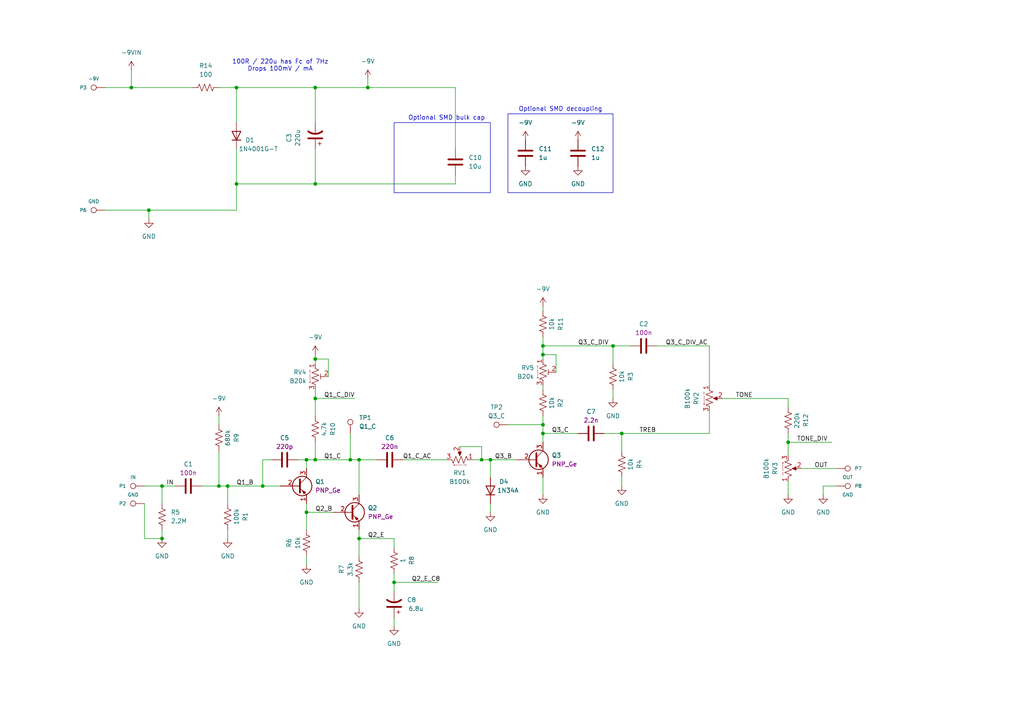
<source format=kicad_sch>
(kicad_sch (version 20231120) (generator "eeschema") (generator_version "8.0")
  (paper "A4")
  (lib_symbols
    (symbol "#gplm:cap/CAP-0001-0006" (pin_numbers hide) (pin_names (offset 0.254))
      (property "Reference" "C" (at 0.635 2.54 0))
      (property "Capacitance" "220p" (at 0 0 0))
      (property "Material" "Polypropylene" (at 0 0 0))
      (property "Tolerance" "20%" (at 0 0 0))
      (symbol "cap/CAP-0001-0006_0_1"
        (polyline (pts (xy -2.032 -0.762) (xy 2.032 -0.762)) (stroke (width 0.508)))
        (polyline (pts (xy -2.032 0.762) (xy 2.032 0.762)) (stroke (width 0.508)))
      )
      (symbol "cap/CAP-0001-0006_1_1"
        (pin passive line (at 0 3.81 270) (length 2.794) (name "~") (number "1"))
        (pin passive line (at 0 -3.81 90) (length 2.794) (name "~") (number "2"))
      )
    )
    (symbol "#gplm:cap/CAP-0001-0012" (pin_numbers hide) (pin_names (offset 0.254))
      (property "Reference" "C" (at 0.635 2.54 0))
      (property "Capacitance" "2.2n" (at 0 0 0))
      (property "Material" "Polypropylene" (at 0 0 0))
      (property "Tolerance" "20%" (at 0 0 0))
      (symbol "cap/CAP-0001-0012_0_1"
        (polyline (pts (xy -2.032 -0.762) (xy 2.032 -0.762)) (stroke (width 0.508)))
        (polyline (pts (xy -2.032 0.762) (xy 2.032 0.762)) (stroke (width 0.508)))
      )
      (symbol "cap/CAP-0001-0012_1_1"
        (pin passive line (at 0 3.81 270) (length 2.794) (name "~") (number "1"))
        (pin passive line (at 0 -3.81 90) (length 2.794) (name "~") (number "2"))
      )
    )
    (symbol "#gplm:cap/CAP-0002-0007" (pin_numbers hide) (pin_names (offset 0.254))
      (property "Reference" "C" (at 0.635 2.54 0))
      (property "Capacitance" "100n" (at 0 0 0))
      (property "Material" "Polypropylene (Metallized)" (at 0 0 0))
      (property "Tolerance" "20%" (at 0 0 0))
      (symbol "cap/CAP-0002-0007_0_1"
        (polyline (pts (xy -2.032 -0.762) (xy 2.032 -0.762)) (stroke (width 0.508)))
        (polyline (pts (xy -2.032 0.762) (xy 2.032 0.762)) (stroke (width 0.508)))
      )
      (symbol "cap/CAP-0002-0007_1_1"
        (pin passive line (at 0 3.81 270) (length 2.794) (name "~") (number "1"))
        (pin passive line (at 0 -3.81 90) (length 2.794) (name "~") (number "2"))
      )
    )
    (symbol "#gplm:cap/CAP-0003-0002" (pin_numbers hide) (pin_names (offset 0.254))
      (property "Reference" "C" (at 0.635 2.54 0))
      (property "Capacitance" "220n" (at 0 0 0))
      (property "Material" "Polyester (Metallized)" (at 0 0 0))
      (property "Tolerance" "20%" (at 0 0 0))
      (symbol "cap/CAP-0003-0002_0_1"
        (polyline (pts (xy -2.032 -0.762) (xy 2.032 -0.762)) (stroke (width 0.508)))
        (polyline (pts (xy -2.032 0.762) (xy 2.032 0.762)) (stroke (width 0.508)))
      )
      (symbol "cap/CAP-0003-0002_1_1"
        (pin passive line (at 0 3.81 270) (length 2.794) (name "~") (number "1"))
        (pin passive line (at 0 -3.81 90) (length 2.794) (name "~") (number "2"))
      )
    )
    (symbol "#gplm:dio/DIO-0001-0001" (pin_numbers hide) (pin_names (offset 1.016) hide)
      (property "Reference" "D" (at 0 2.54 0))
      (property "Current" "50mA" (at 0 0 0))
      (property "Voltage" "0.3V" (at 0 0 0))
      (symbol "dio/DIO-0001-0001_0_1"
        (polyline (pts (xy -1.27 1.27) (xy -1.27 -1.27)) (stroke (width 0.254)))
        (polyline (pts (xy 1.27 0) (xy -1.27 0)))
        (polyline (pts (xy 1.27 1.27) (xy 1.27 -1.27) (xy -1.27 0) (xy 1.27 1.27)) (stroke (width 0.254)))
      )
      (symbol "dio/DIO-0001-0001_1_1"
        (pin passive line (at -3.81 0 0) (length 2.54) (name "K") (number "1"))
        (pin passive line (at 3.81 0 180) (length 2.54) (name "A") (number "2"))
      )
    )
    (symbol "#gplm:dio/DIO-0002-0001" (pin_numbers hide) (pin_names (offset 1.016) hide)
      (property "Reference" "D" (at 0 2.54 0))
      (property "Current" "1A" (at 0 0 0))
      (property "Voltage" "1V @ 1A" (at 0 0 0))
      (symbol "dio/DIO-0002-0001_0_1"
        (polyline (pts (xy -1.27 1.27) (xy -1.27 -1.27)) (stroke (width 0.254)))
        (polyline (pts (xy 1.27 0) (xy -1.27 0)))
        (polyline (pts (xy 1.27 1.27) (xy 1.27 -1.27) (xy -1.27 0) (xy 1.27 1.27)) (stroke (width 0.254)))
      )
      (symbol "dio/DIO-0002-0001_1_1"
        (pin passive line (at -3.81 0 0) (length 2.54) (name "K") (number "1"))
        (pin passive line (at 3.81 0 180) (length 2.54) (name "A") (number "2"))
      )
    )
    (symbol "#gplm:pot/POT-0002-0007" (pin_names (offset 1.016) hide)
      (property "Reference" "RV" (at -4.445 0 90))
      (property "Value" "B100k" (at -2.54 0 90))
      (symbol "pot/POT-0002-0007_0_1"
        (polyline (pts (xy -1.524 -1.778) (xy -1.778 -1.524)) (stroke (width 0.0762)))
        (polyline (pts (xy -1.524 -1.778) (xy -1.27 -1.524)) (stroke (width 0.0762)))
        (polyline (pts (xy 0 -2.286) (xy 0 -2.54)))
        (polyline (pts (xy 0 2.54) (xy 0 2.286)))
        (polyline (pts (xy 2.54 0) (xy 1.524 0)))
        (polyline (pts (xy 1.143 0) (xy 2.286 0.508) (xy 2.286 -0.508) (xy 1.143 0)) (fill (type outline)))
        (polyline (pts (xy 0 -0.762) (xy 1.016 -1.143) (xy 0 -1.524) (xy -1.016 -1.905) (xy 0 -2.286)))
        (polyline (pts (xy 0 0.762) (xy 1.016 0.381) (xy 0 0) (xy -1.016 -0.381) (xy 0 -0.762)))
        (polyline (pts (xy 0 2.286) (xy 1.016 1.905) (xy 0 1.524) (xy -1.016 1.143) (xy 0 0.762)))
      )
      (symbol "pot/POT-0002-0007_1_1"
        (polyline (pts (xy -1.524 -1.778) (xy -1.524 0.762)) (stroke (width 0.0762)))
        (text "CW\n" (at -1.524 1.524 900) (effects (font (size 0.381 0.381))))
        (pin passive line (at 0 3.81 270) (length 1.27) (name "1") (number "1"))
        (pin passive line (at 3.81 0 180) (length 1.27) (name "2") (number "2"))
        (pin passive line (at 0 -3.81 90) (length 1.27) (name "3") (number "3"))
      )
    )
    (symbol "#gplm:pot/POT-0005-0005" (pin_names (offset 1.016) hide)
      (property "Reference" "RV" (at -4.445 0 90))
      (property "Value" "B20k" (at -2.54 0 90))
      (symbol "pot/POT-0005-0005_0_1"
        (polyline (pts (xy -1.524 -1.778) (xy -1.778 -1.524)) (stroke (width 0.0762)))
        (polyline (pts (xy -1.524 -1.778) (xy -1.27 -1.524)) (stroke (width 0.0762)))
        (polyline (pts (xy 0 -2.286) (xy 0 -2.54)))
        (polyline (pts (xy 0 2.286) (xy 0 2.54)))
        (polyline (pts (xy 1.524 0.762) (xy 1.524 -0.762)))
        (polyline (pts (xy 2.54 0) (xy 1.524 0)))
        (polyline (pts (xy 0 -0.762) (xy 1.016 -1.143) (xy 0 -1.524) (xy -1.016 -1.905) (xy 0 -2.286)))
        (polyline (pts (xy 0 0.762) (xy 1.016 0.381) (xy 0 0) (xy -1.016 -0.381) (xy 0 -0.762)))
        (polyline (pts (xy 0 2.286) (xy 1.016 1.905) (xy 0 1.524) (xy -1.016 1.143) (xy 0 0.762)))
      )
      (symbol "pot/POT-0005-0005_1_1"
        (polyline (pts (xy -1.524 -1.778) (xy -1.524 0.762)) (stroke (width 0.0762)))
        (text "CW\n" (at -1.524 1.524 900) (effects (font (size 0.381 0.381))))
        (pin passive line (at 0 3.81 270) (length 1.27) (name "1") (number "1"))
        (pin passive line (at 3.81 0 180) (length 1.27) (name "2") (number "2"))
        (pin passive line (at 0 -3.81 90) (length 1.27) (name "3") (number "3"))
      )
    )
    (symbol "#gplm:xtr/XTR-0002-0001" (pin_names (offset 0) hide)
      (property "Reference" "Q" (at 5.08 1.27 0))
      (property "MPN" "PNP_Ge" (at 0 0 0))
      (symbol "xtr/XTR-0002-0001_0_1"
        (polyline (pts (xy 0.635 0.635) (xy 2.54 2.54)))
        (polyline (pts (xy 0.635 -0.635) (xy 2.54 -2.54) (xy 2.54 -2.54)))
        (polyline (pts (xy 0.635 1.905) (xy 0.635 -1.905) (xy 0.635 -1.905)) (stroke (width 0.508)))
        (polyline (pts (xy 2.286 -1.778) (xy 1.778 -2.286) (xy 1.27 -1.27) (xy 2.286 -1.778) (xy 2.286 -1.778)) (fill (type outline)))
        (circle (center 1.27 0) (radius 2.8194) (stroke (width 0.254)))
      )
      (symbol "xtr/XTR-0002-0001_1_1"
        (pin passive line (at 2.54 -5.08 90) (length 2.54) (name "E") (number "1"))
        (pin input line (at -5.08 0 0) (length 5.715) (name "B") (number "2"))
        (pin passive line (at 2.54 5.08 270) (length 2.54) (name "C") (number "3"))
      )
    )
    (symbol "#gplm:xtr/XTR-0002-0003" (pin_names (offset 0) hide)
      (property "Reference" "Q" (at 5.08 1.27 0))
      (property "MPN" "PNP_Ge" (at 0 0 0))
      (symbol "xtr/XTR-0002-0003_0_1"
        (polyline (pts (xy 0.635 0.635) (xy 2.54 2.54)))
        (polyline (pts (xy 0.635 -0.635) (xy 2.54 -2.54) (xy 2.54 -2.54)))
        (polyline (pts (xy 0.635 1.905) (xy 0.635 -1.905) (xy 0.635 -1.905)) (stroke (width 0.508)))
        (polyline (pts (xy 2.286 -1.778) (xy 1.778 -2.286) (xy 1.27 -1.27) (xy 2.286 -1.778) (xy 2.286 -1.778)) (fill (type outline)))
        (circle (center 1.27 0) (radius 2.8194) (stroke (width 0.254)))
      )
      (symbol "xtr/XTR-0002-0003_1_1"
        (pin passive line (at 2.54 -5.08 90) (length 2.54) (name "E") (number "1"))
        (pin input line (at -5.08 0 0) (length 5.715) (name "B") (number "2"))
        (pin passive line (at 2.54 5.08 270) (length 2.54) (name "C") (number "3"))
      )
    )
    (symbol "BlackBox:TestPoint_THT_Keystone_500[1-4]" (pin_numbers hide) (pin_names (offset 0.762) hide)
      (property "Reference" "TP" (at 0 6.858 0))
      (property "Value" "TestPoint_THT_Keystone_500[1-4]" (at 0 5.08 0))
      (symbol "TestPoint_THT_Keystone_500[1-4]_0_1"
        (circle (center 0 3.302) (radius 0.762))
      )
      (symbol "TestPoint_THT_Keystone_500[1-4]_1_1"
        (pin passive line (at 0 0 90) (length 2.54) (name "1") (number "1"))
      )
    )
    (symbol "BlackBox:WirePad_22AWG" (pin_numbers hide) (pin_names (offset 0.762) hide)
      (property "Reference" "P" (at -3.81 2.54 0))
      (property "Value" "WirePad_22AWG" (at -11.43 0 0))
      (symbol "WirePad_22AWG_0_1"
        (circle (center -3.302 0) (radius 0.762))
      )
      (symbol "WirePad_22AWG_1_1"
        (pin passive line (at 0 0 180) (length 2.54) (name "1") (number "1"))
      )
    )
    (symbol "Device:C" (pin_numbers hide) (pin_names (offset 0.254))
      (property "Reference" "C" (at 0.635 2.54 0))
      (property "Value" "C" (at 0.635 -2.54 0))
      (symbol "C_0_1"
        (polyline (pts (xy -2.032 -0.762) (xy 2.032 -0.762)) (stroke (width 0.508)))
        (polyline (pts (xy -2.032 0.762) (xy 2.032 0.762)) (stroke (width 0.508)))
      )
      (symbol "C_1_1"
        (pin passive line (at 0 3.81 270) (length 2.794) (name "~") (number "1"))
        (pin passive line (at 0 -3.81 90) (length 2.794) (name "~") (number "2"))
      )
    )
    (symbol "Device:C_Polarized_US" (pin_numbers hide) (pin_names (offset 0.254) hide)
      (property "Reference" "C" (at 0.635 2.54 0))
      (property "Value" "C_Polarized_US" (at 0.635 -2.54 0))
      (symbol "C_Polarized_US_0_1"
        (polyline (pts (xy -2.032 0.762) (xy 2.032 0.762)) (stroke (width 0.508)))
        (polyline (pts (xy -1.778 2.286) (xy -0.762 2.286)))
        (polyline (pts (xy -1.27 1.778) (xy -1.27 2.794)))
        (arc (start 2.032 -1.27) (mid 0 -0.5572) (end -2.032 -1.27) (stroke (width 0.508)))
      )
      (symbol "C_Polarized_US_1_1"
        (pin passive line (at 0 3.81 270) (length 2.794) (name "~") (number "1"))
        (pin passive line (at 0 -3.81 90) (length 3.302) (name "~") (number "2"))
      )
    )
    (symbol "Device:R_US" (pin_numbers hide) (pin_names (offset 0))
      (property "Reference" "R" (at 2.54 0 90))
      (property "Value" "R_US" (at -2.54 0 90))
      (symbol "R_US_0_1"
        (polyline (pts (xy 0 -2.286) (xy 0 -2.54)))
        (polyline (pts (xy 0 2.286) (xy 0 2.54)))
        (polyline (pts (xy 0 -0.762) (xy 1.016 -1.143) (xy 0 -1.524) (xy -1.016 -1.905) (xy 0 -2.286)))
        (polyline (pts (xy 0 0.762) (xy 1.016 0.381) (xy 0 0) (xy -1.016 -0.381) (xy 0 -0.762)))
        (polyline (pts (xy 0 2.286) (xy 1.016 1.905) (xy 0 1.524) (xy -1.016 1.143) (xy 0 0.762)))
      )
      (symbol "R_US_1_1"
        (pin passive line (at 0 3.81 270) (length 1.27) (name "~") (number "1"))
        (pin passive line (at 0 -3.81 90) (length 1.27) (name "~") (number "2"))
      )
    )
    (symbol "power:+9V" (power) (pin_numbers hide) (pin_names (offset 0) hide)
      (property "Value" "+9V" (at 0 3.556 0))
      (symbol "+9V_0_1"
        (polyline (pts (xy -0.762 1.27) (xy 0 2.54)))
        (polyline (pts (xy 0 0) (xy 0 2.54)))
        (polyline (pts (xy 0 2.54) (xy 0.762 1.27)))
      )
      (symbol "+9V_1_1"
        (pin power_in line (at 0 0 90) (length 0) (name "~") (number "1"))
      )
    )
    (symbol "power:GND" (power) (pin_names (offset 0))
      (property "Value" "GND" (at 0 -3.81 0))
      (symbol "GND_0_1"
        (polyline (pts (xy 0 0) (xy 0 -1.27) (xy 1.27 -1.27) (xy 0 -2.54) (xy -1.27 -1.27) (xy 0 -1.27)))
      )
      (symbol "GND_1_1"
        (pin power_in line (at 0 0 270) (length 0) hide (name "GND") (number "1"))
      )
    )
    (symbol "power:VDD" (power) (pin_names (offset 0))
      (property "Value" "VDD" (at 0 3.81 0))
      (symbol "VDD_0_1"
        (polyline (pts (xy -0.762 1.27) (xy 0 2.54)))
        (polyline (pts (xy 0 0) (xy 0 2.54)))
        (polyline (pts (xy 0 2.54) (xy 0.762 1.27)))
      )
      (symbol "VDD_1_1"
        (pin power_in line (at 0 0 90) (length 0) hide (name "VDD") (number "1"))
      )
    )
  )
  (junction (at 91.44 133.35))
  (junction (at 114.3 168.91))
  (junction (at 104.14 156.21))
  (junction (at 104.14 133.35))
  (junction (at 43.18 60.96))
  (junction (at 91.44 104.14))
  (junction (at 157.48 123.19))
  (junction (at 66.04 140.97))
  (junction (at 88.9 133.35))
  (junction (at 157.48 100.33))
  (junction (at 91.44 53.34))
  (junction (at 68.58 25.4))
  (junction (at 46.99 156.21))
  (junction (at 91.44 25.4))
  (junction (at 157.48 125.73))
  (junction (at 177.8 100.33))
  (junction (at 157.48 102.87))
  (junction (at 106.68 25.4))
  (junction (at 142.24 133.35))
  (junction (at 139.7 133.35))
  (junction (at 63.5 140.97))
  (junction (at 228.6 128.27))
  (junction (at 180.34 125.73))
  (junction (at 68.58 53.34))
  (junction (at 46.99 140.97))
  (junction (at 88.9 148.59))
  (junction (at 101.6 133.35))
  (junction (at 91.44 115.57))
  (junction (at 76.2 140.97))
  (junction (at 38.1 25.4))
  (wire (pts (xy 38.1 25.4) (xy 55.88 25.4)))
  (wire (pts (xy 91.44 115.57) (xy 91.44 120.65)))
  (wire (pts (xy 139.7 129.54) (xy 139.7 133.35)))
  (wire (pts (xy 86.36 133.35) (xy 88.9 133.35)))
  (wire (pts (xy 228.6 115.57) (xy 209.55 115.57)))
  (wire (pts (xy 114.3 168.91) (xy 114.3 171.45)))
  (wire (pts (xy 114.3 166.37) (xy 114.3 168.91)))
  (wire (pts (xy 63.5 25.4) (xy 68.58 25.4)))
  (wire (pts (xy 46.99 146.05) (xy 46.99 140.97)))
  (wire (pts (xy 157.48 125.73) (xy 157.48 128.27)))
  (wire (pts (xy 101.6 133.35) (xy 104.14 133.35)))
  (wire (pts (xy 104.14 168.91) (xy 104.14 176.53)))
  (wire (pts (xy 91.44 25.4) (xy 91.44 35.56)))
  (wire (pts (xy 41.91 146.05) (xy 41.91 156.21)))
  (wire (pts (xy 66.04 153.67) (xy 66.04 156.21)))
  (wire (pts (xy 91.44 53.34) (xy 132.08 53.34)))
  (wire (pts (xy 41.91 140.97) (xy 46.99 140.97)))
  (wire (pts (xy 41.91 156.21) (xy 46.99 156.21)))
  (wire (pts (xy 104.14 133.35) (xy 104.14 143.51)))
  (wire (pts (xy 63.5 120.65) (xy 63.5 123.19)))
  (wire (pts (xy 177.8 100.33) (xy 182.88 100.33)))
  (wire (pts (xy 177.8 100.33) (xy 177.8 105.41)))
  (wire (pts (xy 68.58 60.96) (xy 68.58 53.34)))
  (wire (pts (xy 132.08 25.4) (xy 106.68 25.4)))
  (wire (pts (xy 91.44 104.14) (xy 91.44 105.41)))
  (wire (pts (xy 95.25 104.14) (xy 91.44 104.14)))
  (wire (pts (xy 180.34 125.73) (xy 180.34 130.81)))
  (wire (pts (xy 46.99 140.97) (xy 50.8 140.97)))
  (wire (pts (xy 76.2 133.35) (xy 78.74 133.35)))
  (wire (pts (xy 157.48 123.19) (xy 157.48 125.73)))
  (wire (pts (xy 38.1 25.4) (xy 30.48 25.4)))
  (wire (pts (xy 88.9 133.35) (xy 91.44 133.35)))
  (wire (pts (xy 238.76 140.97) (xy 242.57 140.97)))
  (wire (pts (xy 139.7 133.35) (xy 142.24 133.35)))
  (wire (pts (xy 38.1 20.32) (xy 38.1 25.4)))
  (wire (pts (xy 91.44 102.87) (xy 91.44 104.14)))
  (wire (pts (xy 68.58 53.34) (xy 91.44 53.34)))
  (wire (pts (xy 30.48 60.96) (xy 43.18 60.96)))
  (wire (pts (xy 66.04 140.97) (xy 76.2 140.97)))
  (wire (pts (xy 104.14 153.67) (xy 104.14 156.21)))
  (wire (pts (xy 157.48 102.87) (xy 157.48 104.14)))
  (wire (pts (xy 161.29 107.95) (xy 161.29 102.87)))
  (wire (pts (xy 190.5 100.33) (xy 205.74 100.33)))
  (wire (pts (xy 101.6 125.73) (xy 101.6 133.35)))
  (wire (pts (xy 142.24 133.35) (xy 149.86 133.35)))
  (wire (pts (xy 228.6 128.27) (xy 228.6 125.73)))
  (wire (pts (xy 68.58 35.56) (xy 68.58 25.4)))
  (wire (pts (xy 43.18 63.5) (xy 43.18 60.96)))
  (wire (pts (xy 68.58 25.4) (xy 91.44 25.4)))
  (wire (pts (xy 175.26 125.73) (xy 180.34 125.73)))
  (wire (pts (xy 132.08 43.18) (xy 132.08 25.4)))
  (wire (pts (xy 58.42 140.97) (xy 63.5 140.97)))
  (wire (pts (xy 114.3 179.07) (xy 114.3 181.61)))
  (wire (pts (xy 147.32 123.19) (xy 157.48 123.19)))
  (wire (pts (xy 137.16 133.35) (xy 139.7 133.35)))
  (wire (pts (xy 91.44 133.35) (xy 101.6 133.35)))
  (wire (pts (xy 66.04 146.05) (xy 66.04 140.97)))
  (wire (pts (xy 91.44 115.57) (xy 102.87 115.57)))
  (wire (pts (xy 142.24 133.35) (xy 142.24 138.43)))
  (wire (pts (xy 104.14 156.21) (xy 104.14 161.29)))
  (wire (pts (xy 205.74 119.38) (xy 205.74 125.73)))
  (wire (pts (xy 104.14 133.35) (xy 109.22 133.35)))
  (wire (pts (xy 68.58 43.18) (xy 68.58 53.34)))
  (wire (pts (xy 157.48 100.33) (xy 177.8 100.33)))
  (wire (pts (xy 161.29 102.87) (xy 157.48 102.87)))
  (wire (pts (xy 157.48 111.76) (xy 157.48 113.03)))
  (wire (pts (xy 88.9 146.05) (xy 88.9 148.59)))
  (wire (pts (xy 238.76 143.51) (xy 238.76 140.97)))
  (wire (pts (xy 63.5 130.81) (xy 63.5 140.97)))
  (wire (pts (xy 106.68 22.86) (xy 106.68 25.4)))
  (wire (pts (xy 76.2 140.97) (xy 81.28 140.97)))
  (wire (pts (xy 205.74 100.33) (xy 205.74 111.76)))
  (wire (pts (xy 157.48 100.33) (xy 157.48 102.87)))
  (wire (pts (xy 88.9 148.59) (xy 96.52 148.59)))
  (wire (pts (xy 228.6 128.27) (xy 241.3 128.27)))
  (wire (pts (xy 104.14 156.21) (xy 114.3 156.21)))
  (wire (pts (xy 142.24 146.05) (xy 142.24 148.59)))
  (wire (pts (xy 133.35 129.54) (xy 139.7 129.54)))
  (wire (pts (xy 91.44 128.27) (xy 91.44 133.35)))
  (wire (pts (xy 205.74 125.73) (xy 180.34 125.73)))
  (wire (pts (xy 46.99 153.67) (xy 46.99 156.21)))
  (wire (pts (xy 232.41 135.89) (xy 242.57 135.89)))
  (wire (pts (xy 157.48 97.79) (xy 157.48 100.33)))
  (wire (pts (xy 228.6 139.7) (xy 228.6 143.51)))
  (wire (pts (xy 114.3 168.91) (xy 127 168.91)))
  (wire (pts (xy 228.6 132.08) (xy 228.6 128.27)))
  (wire (pts (xy 91.44 113.03) (xy 91.44 115.57)))
  (wire (pts (xy 116.84 133.35) (xy 129.54 133.35)))
  (wire (pts (xy 114.3 158.75) (xy 114.3 156.21)))
  (wire (pts (xy 132.08 50.8) (xy 132.08 53.34)))
  (wire (pts (xy 91.44 43.18) (xy 91.44 53.34)))
  (wire (pts (xy 88.9 148.59) (xy 88.9 153.67)))
  (wire (pts (xy 157.48 138.43) (xy 157.48 143.51)))
  (wire (pts (xy 228.6 118.11) (xy 228.6 115.57)))
  (wire (pts (xy 88.9 161.29) (xy 88.9 163.83)))
  (wire (pts (xy 177.8 113.03) (xy 177.8 115.57)))
  (wire (pts (xy 157.48 88.9) (xy 157.48 90.17)))
  (wire (pts (xy 95.25 109.22) (xy 95.25 104.14)))
  (wire (pts (xy 43.18 60.96) (xy 68.58 60.96)))
  (wire (pts (xy 63.5 140.97) (xy 66.04 140.97)))
  (wire (pts (xy 157.48 120.65) (xy 157.48 123.19)))
  (wire (pts (xy 157.48 125.73) (xy 167.64 125.73)))
  (wire (pts (xy 76.2 133.35) (xy 76.2 140.97)))
  (wire (pts (xy 91.44 25.4) (xy 106.68 25.4)))
  (wire (pts (xy 180.34 140.97) (xy 180.34 138.43)))
  (wire (pts (xy 88.9 133.35) (xy 88.9 135.89)))
  (rectangle (start 114.3 35.56) (end 142.24 55.88))
  (rectangle (start 147.32 33.02) (end 177.8 55.88))
  (text "100R / 220u has Fc of 7Hz\nDrops 100mV / mA" (at 81.28 19.05 0) (effects (font (size 1.27 1.27))))
  (text "Optional SMD bulk cap\n" (at 129.54 34.29 0) (effects (font (size 1.27 1.27))))
  (text "Optional SMD decoupling\n" (at 162.56 31.75 0) (effects (font (size 1.27 1.27))))
  (label "Q2_E" (at 106.68 156.21 0))
  (label "Q3_C_DIV_AC" (at 193.04 100.33 0))
  (label "Q1_C_DIV" (at 93.98 115.57 0))
  (label "TONE" (at 213.36 115.57 0))
  (label "Q1_C_AC" (at 116.84 133.35 0))
  (label "IN" (at 48.26 140.97 0))
  (label "OUT" (at 236.22 135.89 0))
  (label "Q2_E_C8" (at 119.38 168.91 0))
  (label "Q1_B" (at 68.58 140.97 0))
  (label "Q1_C" (at 93.98 133.35 0))
  (label "TONE_DIV" (at 231.14 128.27 0))
  (label "Q2_B" (at 91.44 148.59 0))
  (label "Q3_C_DIV" (at 167.64 100.33 0))
  (label "Q3_C" (at 160.02 125.73 0))
  (label "Q3_B" (at 143.51 133.35 0))
  (label "TREB" (at 185.42 125.73 0))
  (symbol (lib_id "BlackBox:TestPoint_THT_Keystone_500[1-4]") (at 101.6 125.73 0) (unit 1)
    (property "Reference" "TP1" (at 104.14 121.1579 0) (effects (justify left)))
    (property "Value" "Q1_C" (at 104.14 123.6979 0) (effects (justify left)))
    (property "Footprint" "BlackBox:TestPoint_Keystone_5000-5004_Miniature" (effects (hide yes)))
    (property "Description" "test point" (effects (hide yes)))
  )
  (symbol (lib_id "BlackBox:WirePad_22AWG") (at 242.57 135.89 180) (unit 1)
    (property "Reference" "P7" (at 248.92 135.89 0) (effects (font (size 1 1))))
    (property "Value" "OUT" (at 245.872 138.43 0) (effects (font (size 1 1))))
    (property "Footprint" "BB_Pads:WirePad_22AWG" (effects (hide yes)))
    (property "Description" "SolderPad, for 22AWG wire" (effects (hide yes)))
  )
  (symbol (lib_id "power:VDD") (at 63.5 120.65 0) (unit 1)
    (property "Reference" "#PWR06" (effects (hide yes)))
    (property "Value" "-9V" (at 63.5 115.57 0))
  )
  (symbol (lib_id "Device:C_Polarized_US") (at 91.44 39.37 180) (unit 1)
    (property "Reference" "C3" (at 83.82 40.005 90))
    (property "Value" "220u" (at 86.36 40.005 90))
    (property "Footprint" "Capacitor_THT:CP_Radial_D8.0mm_P3.50mm" (effects (hide yes)))
    (property "Description" "Polarized capacitor, US symbol" (effects (hide yes)))
  )
  (symbol (lib_id "#gplm:xtr/XTR-0002-0001") (at 86.36 140.97 0) (unit 1)
    (property "Reference" "Q1" (at 91.44 139.6999 0) (effects (justify left)))
    (property "Value" "PNP_Ge" (effects (hide yes)))
    (property "Footprint" "BB_Transistor:TO-92L_Wide_EBC" (effects (hide yes)))
    (property "Description" "Generic PNP Germanium, Low Gain, Low Leakage" (effects (hide yes)))
    (property "IPN" "XTR-0002-0001" (effects (hide yes)))
    (property "Manufacturer" "Generic" (effects (hide yes)))
    (property "MPN" "PNP_Ge" (at 91.44 142.2399 0) (effects (justify left)))
  )
  (symbol (lib_id "power:GND") (at 238.76 143.51 0) (unit 1)
    (property "Reference" "#PWR016" (effects (hide yes)))
    (property "Value" "GND" (at 238.76 148.59 0))
  )
  (symbol (lib_id "Device:R_US") (at 59.69 25.4 90) (unit 1)
    (property "Reference" "R14" (at 59.69 19.05 90))
    (property "Value" "100" (at 59.69 21.59 90))
    (property "Footprint" "BB_Resistors:R_Axial_DIN0207_L6.3mm_D2.5mm_P7.5mm_Horizontal" (effects (hide yes)))
    (property "Description" "Resistor, US symbol" (effects (hide yes)))
  )
  (symbol (lib_id "#gplm:cap/CAP-0003-0002") (at 113.03 133.35 90) (unit 1)
    (property "Reference" "C6" (at 113.03 127 90))
    (property "Value" "220n" (effects (hide yes)))
    (property "Footprint" "Capacitor_THT:C_Rect_L7.2mm_W3.0mm_P5.00mm_FKS2_FKP2_MKS2_MKP2" (effects (hide yes)))
    (property "Datasheet" "https://www.wima.de/wp-content/uploads/media/e_WIMA_MKS_2.pdf" (effects (hide yes)))
    (property "Description" "CAP FILM PE-M WIMA MKS2 220n" (effects (hide yes)))
    (property "IPN" "CAP-0003-0002" (effects (hide yes)))
    (property "Manufacturer" "Wima" (effects (hide yes)))
    (property "Capacitance" "220n" (at 113.03 129.54 90))
    (property "Material" "Polyester (Metallized)" (effects (hide yes)))
    (property "Tolerance" "20%" (effects (hide yes)))
  )
  (symbol (lib_id "BlackBox:WirePad_22AWG") (at 242.57 140.97 180) (unit 1)
    (property "Reference" "P8" (at 248.92 140.97 0) (effects (font (size 1 1))))
    (property "Value" "GND" (at 245.872 143.51 0) (effects (font (size 1 1))))
    (property "Footprint" "BB_Pads:WirePad_22AWG" (effects (hide yes)))
    (property "Description" "SolderPad, for 22AWG wire" (effects (hide yes)))
  )
  (symbol (lib_id "#gplm:cap/CAP-0002-0007") (at 186.69 100.33 90) (unit 1)
    (property "Reference" "C2" (at 186.69 93.98 90))
    (property "Value" "100n" (effects (hide yes)))
    (property "Footprint" "Capacitor_THT:C_Rect_L7.2mm_W5.5mm_P5.00mm_FKS2_FKP2_MKS2_MKP2" (effects (hide yes)))
    (property "Datasheet" "https://www.wima.de/wp-content/uploads/media/e_WIMA_MKP_2.pdf" (effects (hide yes)))
    (property "Description" "CAP FILM PP-M WIMA MKP2 100n" (effects (hide yes)))
    (property "IPN" "CAP-0002-0007" (effects (hide yes)))
    (property "Manufacturer" "Wima" (effects (hide yes)))
    (property "Capacitance" "100n" (at 186.69 96.52 90))
    (property "Material" "Polypropylene (Metallized)" (effects (hide yes)))
    (property "Tolerance" "20%" (effects (hide yes)))
  )
  (symbol (lib_id "BlackBox:WirePad_22AWG") (at 41.91 140.97 0) (unit 1)
    (property "Reference" "P1" (at 35.56 140.97 0) (effects (font (size 1 1))))
    (property "Value" "IN" (at 38.608 138.43 0) (effects (font (size 1 1))))
    (property "Footprint" "BB_Pads:WirePad_22AWG" (effects (hide yes)))
    (property "Description" "SolderPad, for 22AWG wire" (effects (hide yes)))
  )
  (symbol (lib_id "power:GND") (at 66.04 156.21 0) (unit 1)
    (property "Reference" "#PWR02" (effects (hide yes)))
    (property "Value" "GND" (at 66.04 161.29 0))
  )
  (symbol (lib_id "power:GND") (at 157.48 143.51 0) (unit 1)
    (property "Reference" "#PWR010" (effects (hide yes)))
    (property "Value" "GND" (at 157.48 148.59 0))
  )
  (symbol (lib_id "Device:C") (at 132.08 46.99 0) (unit 1)
    (property "Reference" "C10" (at 135.89 45.7199 0) (effects (justify left)))
    (property "Value" "10u" (at 135.89 48.2599 0) (effects (justify left)))
    (property "Footprint" "Capacitor_SMD:C_2220_5750Metric_Pad1.97x5.40mm_HandSolder" (effects (hide yes)))
    (property "Description" "Unpolarized capacitor" (effects (hide yes)))
  )
  (symbol (lib_id "Device:R_US") (at 228.6 121.92 180) (unit 1)
    (property "Reference" "R12" (at 233.68 121.92 90))
    (property "Value" "220k" (at 231.14 121.92 90))
    (property "Footprint" "BB_Resistors:R_Axial_DIN0207_L6.3mm_D2.5mm_P7.5mm_Horizontal" (effects (hide yes)))
    (property "Sim.Device" "SPICE" (effects (hide yes)))
    (property "Sim.Params" "type=\"R\" model=\"100k\" lib=\"\"" (effects (hide yes)))
    (property "Sim.Pins" "1=1 2=2" (effects (hide yes)))
  )
  (symbol (lib_id "#gplm:cap/CAP-0002-0007") (at 54.61 140.97 90) (unit 1)
    (property "Reference" "C1" (at 54.61 134.62 90))
    (property "Value" "100n" (effects (hide yes)))
    (property "Footprint" "Capacitor_THT:C_Rect_L7.2mm_W5.5mm_P5.00mm_FKS2_FKP2_MKS2_MKP2" (effects (hide yes)))
    (property "Datasheet" "https://www.wima.de/wp-content/uploads/media/e_WIMA_MKP_2.pdf" (effects (hide yes)))
    (property "Description" "CAP FILM PP-M WIMA MKP2 100n" (effects (hide yes)))
    (property "IPN" "CAP-0002-0007" (effects (hide yes)))
    (property "Manufacturer" "Wima" (effects (hide yes)))
    (property "Capacitance" "100n" (at 54.61 137.16 90))
    (property "Material" "Polypropylene (Metallized)" (effects (hide yes)))
    (property "Tolerance" "20%" (effects (hide yes)))
  )
  (symbol (lib_id "power:GND") (at 142.24 148.59 0) (unit 1)
    (property "Reference" "#PWR09" (effects (hide yes)))
    (property "Value" "GND" (at 142.24 153.67 0))
  )
  (symbol (lib_id "Device:C") (at 152.4 44.45 0) (unit 1)
    (property "Reference" "C11" (at 156.21 43.1799 0) (effects (justify left)))
    (property "Value" "1u" (at 156.21 45.7199 0) (effects (justify left)))
    (property "Footprint" "Capacitor_SMD:C_0805_2012Metric_Pad1.18x1.45mm_HandSolder" (effects (hide yes)))
    (property "Description" "Unpolarized capacitor" (effects (hide yes)))
  )
  (symbol (lib_id "Device:R_US") (at 114.3 162.56 180) (unit 1)
    (property "Reference" "R8" (at 119.38 162.56 90))
    (property "Value" "1" (at 116.84 162.56 90))
    (property "Footprint" "BB_Resistors:R_Axial_DIN0207_L6.3mm_D2.5mm_P7.5mm_Horizontal" (effects (hide yes)))
    (property "Sim.Device" "SPICE" (effects (hide yes)))
    (property "Sim.Params" "type=\"R\" model=\"100k\" lib=\"\"" (effects (hide yes)))
    (property "Sim.Pins" "1=1 2=2" (effects (hide yes)))
  )
  (symbol (lib_id "power:GND") (at 228.6 143.51 0) (unit 1)
    (property "Reference" "#PWR0108" (effects (hide yes)))
    (property "Value" "GND" (at 228.6 148.59 0))
  )
  (symbol (lib_id "Device:R_US") (at 177.8 109.22 180) (unit 1)
    (property "Reference" "R3" (at 182.88 109.22 90))
    (property "Value" "10k" (at 180.34 109.22 90))
    (property "Footprint" "BB_Resistors:R_Axial_DIN0207_L6.3mm_D2.5mm_P7.5mm_Horizontal" (effects (hide yes)))
    (property "Sim.Device" "SPICE" (effects (hide yes)))
    (property "Sim.Params" "type=\"R\" model=\"100k\" lib=\"\"" (effects (hide yes)))
    (property "Sim.Pins" "1=1 2=2" (effects (hide yes)))
  )
  (symbol (lib_id "#gplm:dio/DIO-0002-0001") (at 68.58 39.37 90) (unit 1)
    (property "Reference" "D1" (at 71.12 40.64 90) (effects (justify right)))
    (property "Value" "1N4001G-T" (at 74.93 43.18 90))
    (property "Footprint" "BB_Diodes:D_DO-41_SOD81_P7.5mm_Horizontal" (effects (hide yes)))
    (property "Datasheet" "https://www.diodes.com/assets/Datasheets/ds29002.pdf" (effects (hide yes)))
    (property "Description" "DIODE GEN PURP 50V 1A DO41" (effects (hide yes)))
    (property "Sim.Device" "D" (effects (hide yes)))
    (property "Sim.Pins" "1=K 2=A" (effects (hide yes)))
    (property "IPN" "DIO-0002-0001" (effects (hide yes)))
    (property "Manufacturer" "Diodes Incorporated" (effects (hide yes)))
    (property "MPN" "1N4001G-T" (effects (hide yes)))
    (property "Current" "1A" (effects (hide yes)))
    (property "Voltage" "1V @ 1A" (effects (hide yes)))
  )
  (symbol (lib_id "#gplm:xtr/XTR-0002-0003") (at 154.94 133.35 0) (unit 1)
    (property "Reference" "Q3" (at 160.02 132.0799 0) (effects (justify left)))
    (property "Value" "PNP_Ge" (effects (hide yes)))
    (property "Footprint" "BB_Transistor:TO-92L_Wide_EBC" (effects (hide yes)))
    (property "Description" "Generic PNP Germanium, High Gain, Low Leakage" (effects (hide yes)))
    (property "IPN" "XTR-0002-0003" (effects (hide yes)))
    (property "Manufacturer" "Generic" (effects (hide yes)))
    (property "MPN" "PNP_Ge" (at 160.02 134.6199 0) (effects (justify left)))
  )
  (symbol (lib_id "#gplm:cap/CAP-0001-0012") (at 171.45 125.73 90) (unit 1)
    (property "Reference" "C7" (at 171.45 119.38 90))
    (property "Value" "2.2n" (effects (hide yes)))
    (property "Footprint" "Capacitor_THT:C_Rect_L7.2mm_W4.5mm_P5.00mm_FKS2_FKP2_MKS2_MKP2" (effects (hide yes)))
    (property "Datasheet" "https://www.wima.de/wp-content/uploads/media/e_WIMA_FKP_2.pdf" (effects (hide yes)))
    (property "Description" "CAP FILM PP WIMA FKP2 2.2n" (effects (hide yes)))
    (property "IPN" "CAP-0001-0012" (effects (hide yes)))
    (property "Manufacturer" "Wima" (effects (hide yes)))
    (property "Capacitance" "2.2n" (at 171.45 121.92 90))
    (property "Material" "Polypropylene" (effects (hide yes)))
    (property "Tolerance" "20%" (effects (hide yes)))
  )
  (symbol (lib_id "power:GND") (at 177.8 115.57 0) (unit 1)
    (property "Reference" "#PWR011" (effects (hide yes)))
    (property "Value" "GND" (at 177.8 120.65 0))
  )
  (symbol (lib_id "BlackBox:WirePad_22AWG") (at 30.48 25.4 0) (unit 1)
    (property "Reference" "P3" (at 24.13 25.4 0) (effects (font (size 1 1))))
    (property "Value" "-9V" (at 27.178 22.86 0) (effects (font (size 1 1))))
    (property "Footprint" "BB_Pads:WirePad_22AWG" (effects (hide yes)))
    (property "Description" "SolderPad, for 22AWG wire" (effects (hide yes)))
  )
  (symbol (lib_id "BlackBox:WirePad_22AWG") (at 30.48 60.96 0) (unit 1)
    (property "Reference" "P6" (at 24.13 60.96 0) (effects (font (size 1 1))))
    (property "Value" "GND" (at 27.178 58.42 0) (effects (font (size 1 1))))
    (property "Footprint" "BB_Pads:WirePad_22AWG" (effects (hide yes)))
    (property "Description" "SolderPad, for 22AWG wire" (effects (hide yes)))
  )
  (symbol (lib_id "#gplm:cap/CAP-0001-0006") (at 82.55 133.35 90) (unit 1)
    (property "Reference" "C5" (at 82.55 127 90))
    (property "Value" "220p" (effects (hide yes)))
    (property "Footprint" "Capacitor_THT:C_Rect_L7.2mm_W4.5mm_P5.00mm_FKS2_FKP2_MKS2_MKP2" (effects (hide yes)))
    (property "Datasheet" "https://www.wima.de/wp-content/uploads/media/e_WIMA_FKP_2.pdf" (effects (hide yes)))
    (property "Description" "CAP FILM PP WIMA FKP2 220p" (effects (hide yes)))
    (property "IPN" "CAP-0001-0006" (effects (hide yes)))
    (property "Manufacturer" "Wima" (effects (hide yes)))
    (property "Capacitance" "220p" (at 82.55 129.54 90))
    (property "Material" "Polypropylene" (effects (hide yes)))
    (property "Tolerance" "20%" (effects (hide yes)))
  )
  (symbol (lib_id "power:+9V") (at 152.4 40.64 0) (unit 1)
    (property "Reference" "#PWR017" (effects (hide yes)))
    (property "Value" "-9V" (at 152.4 35.56 0))
    (property "Description" "Power symbol creates a global label with name \"+9V\"" (effects (hide yes)))
  )
  (symbol (lib_id "Device:R_US") (at 104.14 165.1 0) (unit 1)
    (property "Reference" "R7" (at 99.06 165.1 90))
    (property "Value" "3.3k" (at 101.6 165.1 90))
    (property "Footprint" "BB_Resistors:R_Axial_DIN0207_L6.3mm_D2.5mm_P7.5mm_Horizontal" (effects (hide yes)))
    (property "Sim.Device" "SPICE" (effects (hide yes)))
    (property "Sim.Params" "type=\"R\" model=\"100k\" lib=\"\"" (effects (hide yes)))
    (property "Sim.Pins" "1=1 2=2" (effects (hide yes)))
  )
  (symbol (lib_id "power:GND") (at 167.64 48.26 0) (unit 1)
    (property "Reference" "#PWR020" (effects (hide yes)))
    (property "Value" "GND" (at 167.64 53.34 0))
    (property "Description" "Power symbol creates a global label with name \"GND\" , ground" (effects (hide yes)))
  )
  (symbol (lib_id "#gplm:pot/POT-0005-0005") (at 91.44 109.22 0) (unit 1)
    (property "Reference" "RV4" (at 88.9 107.9499 0) (effects (justify right)))
    (property "Value" "B20k" (at 88.9 110.4899 0) (effects (justify right)))
    (property "Footprint" "BB_Potentiometers:Potentiometer_Bourns_3362P_Vertical" (effects (hide yes)))
    (property "Datasheet" "https://www.bourns.com/docs/Product-Datasheets/3362.pdf" (effects (hide yes)))
    (property "Description" "POT TRIM LINEAR PTH 1-TURN TOP-ADJ 20K" (effects (hide yes)))
    (property "IPN" "POT-0005-0005" (effects (hide yes)))
    (property "Manufacturer" "Bourns" (effects (hide yes)))
    (property "MPN" "3362P-1-203LF" (effects (hide yes)))
    (property "Resistance" "20k" (effects (hide yes)))
    (property "Taper" "Linear" (effects (hide yes)))
    (property "Type" "Trimmer" (effects (hide yes)))
    (property "Turns" "1" (effects (hide yes)))
    (property "Gangs" "1" (effects (hide yes)))
    (property "Switch" "None" (effects (hide yes)))
    (property "Switch Type" "N/A" (effects (hide yes)))
    (property "Mounting Type" "PTH" (effects (hide yes)))
  )
  (symbol (lib_id "Device:R_US") (at 91.44 124.46 180) (unit 1)
    (property "Reference" "R10" (at 96.52 124.46 90))
    (property "Value" "4.7k" (at 93.98 124.46 90))
    (property "Footprint" "BB_Resistors:R_Axial_DIN0207_L6.3mm_D2.5mm_P7.5mm_Horizontal" (effects (hide yes)))
    (property "Sim.Device" "SPICE" (effects (hide yes)))
    (property "Sim.Params" "type=\"R\" model=\"100k\" lib=\"\"" (effects (hide yes)))
    (property "Sim.Pins" "1=1 2=2" (effects (hide yes)))
  )
  (symbol (lib_id "#gplm:pot/POT-0002-0007") (at 205.74 115.57 0) (unit 1)
    (property "Reference" "RV2" (at 201.93 115.57 90))
    (property "Value" "B100k" (at 199.39 115.57 90))
    (property "Footprint" "BB_Potentiometers:Potentiometer_16MM" (effects (hide yes)))
    (property "Description" "POT 9MM LINEAR PTH 1-GANG 6MM-SHAFT 100K" (effects (hide yes)))
    (property "IPN" "POT-0002-0007" (effects (hide yes)))
    (property "Resistance" "100k" (effects (hide yes)))
    (property "Taper" "Linear" (effects (hide yes)))
    (property "Type" "Rotary" (effects (hide yes)))
    (property "Turns" "1" (effects (hide yes)))
    (property "Gangs" "1" (effects (hide yes)))
    (property "Switch" "None" (effects (hide yes)))
    (property "Switch Type" "N/A" (effects (hide yes)))
    (property "Mounting Type" "PTH" (effects (hide yes)))
  )
  (symbol (lib_id "power:VDD") (at 106.68 22.86 0) (unit 1)
    (property "Reference" "#PWR015" (effects (hide yes)))
    (property "Value" "-9V" (at 106.68 17.78 0))
  )
  (symbol (lib_id "Device:C") (at 167.64 44.45 0) (unit 1)
    (property "Reference" "C12" (at 171.45 43.1799 0) (effects (justify left)))
    (property "Value" "1u" (at 171.45 45.7199 0) (effects (justify left)))
    (property "Footprint" "Capacitor_SMD:C_0805_2012Metric_Pad1.18x1.45mm_HandSolder" (effects (hide yes)))
    (property "Description" "Unpolarized capacitor" (effects (hide yes)))
  )
  (symbol (lib_id "Device:R_US") (at 66.04 149.86 180) (unit 1)
    (property "Reference" "R1" (at 71.12 149.86 90))
    (property "Value" "100k" (at 68.58 149.86 90))
    (property "Footprint" "BB_Resistors:R_Axial_DIN0207_L6.3mm_D2.5mm_P7.5mm_Horizontal" (effects (hide yes)))
    (property "Sim.Device" "SPICE" (effects (hide yes)))
    (property "Sim.Params" "type=\"R\" model=\"100k\" lib=\"\"" (effects (hide yes)))
    (property "Sim.Pins" "1=1 2=2" (effects (hide yes)))
  )
  (symbol (lib_id "#gplm:pot/POT-0002-0007") (at 133.35 133.35 270) (mirror x) (unit 1)
    (property "Reference" "RV1" (at 133.35 137.16 90))
    (property "Value" "B100k" (at 133.35 139.7 90))
    (property "Footprint" "BB_Potentiometers:Potentiometer_16MM" (effects (hide yes)))
    (property "Description" "POT 9MM LINEAR PTH 1-GANG 6MM-SHAFT 100K" (effects (hide yes)))
    (property "IPN" "POT-0002-0007" (effects (hide yes)))
    (property "Resistance" "100k" (effects (hide yes)))
    (property "Taper" "Linear" (effects (hide yes)))
    (property "Type" "Rotary" (effects (hide yes)))
    (property "Turns" "1" (effects (hide yes)))
    (property "Gangs" "1" (effects (hide yes)))
    (property "Switch" "None" (effects (hide yes)))
    (property "Switch Type" "N/A" (effects (hide yes)))
    (property "Mounting Type" "PTH" (effects (hide yes)))
  )
  (symbol (lib_id "power:GND") (at 88.9 163.83 0) (unit 1)
    (property "Reference" "#PWR03" (effects (hide yes)))
    (property "Value" "GND" (at 88.9 168.91 0))
  )
  (symbol (lib_id "power:GND") (at 180.34 140.97 0) (unit 1)
    (property "Reference" "#PWR012" (effects (hide yes)))
    (property "Value" "GND" (at 180.34 146.05 0))
  )
  (symbol (lib_id "power:VDD") (at 91.44 102.87 0) (unit 1)
    (property "Reference" "#PWR07" (effects (hide yes)))
    (property "Value" "-9V" (at 91.44 97.79 0))
  )
  (symbol (lib_id "BlackBox:WirePad_22AWG") (at 41.91 146.05 0) (unit 1)
    (property "Reference" "P2" (at 35.56 146.05 0) (effects (font (size 1 1))))
    (property "Value" "GND" (at 38.608 143.51 0) (effects (font (size 1 1))))
    (property "Footprint" "BB_Pads:WirePad_22AWG" (effects (hide yes)))
    (property "Description" "SolderPad, for 22AWG wire" (effects (hide yes)))
  )
  (symbol (lib_id "#gplm:pot/POT-0005-0005") (at 157.48 107.95 0) (unit 1)
    (property "Reference" "RV5" (at 154.94 106.6799 0) (effects (justify right)))
    (property "Value" "B20k" (at 154.94 109.2199 0) (effects (justify right)))
    (property "Footprint" "BB_Potentiometers:Potentiometer_Bourns_3362P_Vertical" (effects (hide yes)))
    (property "Datasheet" "https://www.bourns.com/docs/Product-Datasheets/3362.pdf" (effects (hide yes)))
    (property "Description" "POT TRIM LINEAR PTH 1-TURN TOP-ADJ 20K" (effects (hide yes)))
    (property "IPN" "POT-0005-0005" (effects (hide yes)))
    (property "Manufacturer" "Bourns" (effects (hide yes)))
    (property "MPN" "3362P-1-203LF" (effects (hide yes)))
    (property "Resistance" "20k" (effects (hide yes)))
    (property "Taper" "Linear" (effects (hide yes)))
    (property "Type" "Trimmer" (effects (hide yes)))
    (property "Turns" "1" (effects (hide yes)))
    (property "Gangs" "1" (effects (hide yes)))
    (property "Switch" "None" (effects (hide yes)))
    (property "Switch Type" "N/A" (effects (hide yes)))
    (property "Mounting Type" "PTH" (effects (hide yes)))
  )
  (symbol (lib_id "power:GND") (at 46.99 156.21 0) (unit 1)
    (property "Reference" "#PWR01" (effects (hide yes)))
    (property "Value" "GND" (at 46.99 161.29 0))
    (property "Description" "Power symbol creates a global label with name \"GND\" , ground" (effects (hide yes)))
  )
  (symbol (lib_id "power:+9V") (at 38.1 20.32 0) (unit 1)
    (property "Reference" "#PWR013" (effects (hide yes)))
    (property "Value" "-9VIN" (at 38.1 15.24 0))
    (property "Description" "Power symbol creates a global label with name \"+9V\"" (effects (hide yes)))
  )
  (symbol (lib_id "Device:R_US") (at 46.99 149.86 0) (unit 1)
    (property "Reference" "R5" (at 49.53 148.5899 0) (effects (justify left)))
    (property "Value" "2.2M" (at 49.53 151.1299 0) (effects (justify left)))
    (property "Footprint" "BB_Resistors:R_Axial_DIN0207_L6.3mm_D2.5mm_P7.5mm_Horizontal" (effects (hide yes)))
    (property "Description" "Resistor, US symbol" (effects (hide yes)))
  )
  (symbol (lib_id "power:GND") (at 43.18 63.5 0) (unit 1)
    (property "Reference" "#PWR014" (effects (hide yes)))
    (property "Value" "GND" (at 43.18 68.58 0))
    (property "Description" "Power symbol creates a global label with name \"GND\" , ground" (effects (hide yes)))
  )
  (symbol (lib_id "#gplm:xtr/XTR-0002-0001") (at 101.6 148.59 0) (unit 1)
    (property "Reference" "Q2" (at 106.68 147.3199 0) (effects (justify left)))
    (property "Value" "PNP_Ge" (effects (hide yes)))
    (property "Footprint" "BB_Transistor:TO-92L_Wide_EBC" (effects (hide yes)))
    (property "Description" "Generic PNP Germanium, Low Gain, Low Leakage" (effects (hide yes)))
    (property "IPN" "XTR-0002-0001" (effects (hide yes)))
    (property "Manufacturer" "Generic" (effects (hide yes)))
    (property "MPN" "PNP_Ge" (at 106.68 149.8599 0) (effects (justify left)))
  )
  (symbol (lib_id "Device:R_US") (at 88.9 157.48 0) (unit 1)
    (property "Reference" "R6" (at 83.82 157.48 90))
    (property "Value" "10k" (at 86.36 157.48 90))
    (property "Footprint" "BB_Resistors:R_Axial_DIN0207_L6.3mm_D2.5mm_P7.5mm_Horizontal" (effects (hide yes)))
    (property "Sim.Device" "SPICE" (effects (hide yes)))
    (property "Sim.Params" "type=\"R\" model=\"100k\" lib=\"\"" (effects (hide yes)))
    (property "Sim.Pins" "1=1 2=2" (effects (hide yes)))
  )
  (symbol (lib_id "Device:R_US") (at 157.48 116.84 180) (unit 1)
    (property "Reference" "R2" (at 162.56 116.84 90))
    (property "Value" "10k" (at 160.02 116.84 90))
    (property "Footprint" "BB_Resistors:R_Axial_DIN0207_L6.3mm_D2.5mm_P7.5mm_Horizontal" (effects (hide yes)))
    (property "Sim.Device" "SPICE" (effects (hide yes)))
    (property "Sim.Params" "type=\"R\" model=\"100k\" lib=\"\"" (effects (hide yes)))
    (property "Sim.Pins" "1=1 2=2" (effects (hide yes)))
  )
  (symbol (lib_id "#gplm:pot/POT-0002-0007") (at 228.6 135.89 0) (mirror x) (unit 1)
    (property "Reference" "RV3" (at 224.79 135.89 90))
    (property "Value" "B100k" (at 222.25 135.89 90))
    (property "Footprint" "BB_Potentiometers:Potentiometer_16MM" (effects (hide yes)))
    (property "Description" "POT 9MM LINEAR PTH 1-GANG 6MM-SHAFT 100K" (effects (hide yes)))
    (property "IPN" "POT-0002-0007" (effects (hide yes)))
    (property "Resistance" "100k" (effects (hide yes)))
    (property "Taper" "Linear" (effects (hide yes)))
    (property "Type" "Rotary" (effects (hide yes)))
    (property "Turns" "1" (effects (hide yes)))
    (property "Gangs" "1" (effects (hide yes)))
    (property "Switch" "None" (effects (hide yes)))
    (property "Switch Type" "N/A" (effects (hide yes)))
    (property "Mounting Type" "PTH" (effects (hide yes)))
  )
  (symbol (lib_id "power:+9V") (at 167.64 40.64 0) (unit 1)
    (property "Reference" "#PWR019" (effects (hide yes)))
    (property "Value" "-9V" (at 167.64 35.56 0))
    (property "Description" "Power symbol creates a global label with name \"+9V\"" (effects (hide yes)))
  )
  (symbol (lib_id "power:GND") (at 104.14 176.53 0) (unit 1)
    (property "Reference" "#PWR04" (effects (hide yes)))
    (property "Value" "GND" (at 104.14 181.61 0))
  )
  (symbol (lib_id "BlackBox:TestPoint_THT_Keystone_500[1-4]") (at 147.32 123.19 90) (unit 1)
    (property "Reference" "TP2" (at 144.018 118.11 90))
    (property "Value" "Q3_C" (at 144.018 120.65 90))
    (property "Footprint" "BlackBox:TestPoint_Keystone_5000-5004_Miniature" (effects (hide yes)))
    (property "Description" "test point" (effects (hide yes)))
  )
  (symbol (lib_id "Device:R_US") (at 180.34 134.62 180) (unit 1)
    (property "Reference" "R4" (at 185.42 134.62 90))
    (property "Value" "10k" (at 182.88 134.62 90))
    (property "Footprint" "BB_Resistors:R_Axial_DIN0207_L6.3mm_D2.5mm_P7.5mm_Horizontal" (effects (hide yes)))
    (property "Sim.Device" "SPICE" (effects (hide yes)))
    (property "Sim.Params" "type=\"R\" model=\"100k\" lib=\"\"" (effects (hide yes)))
    (property "Sim.Pins" "1=1 2=2" (effects (hide yes)))
  )
  (symbol (lib_id "Device:C_Polarized_US") (at 114.3 175.26 180) (unit 1)
    (property "Reference" "C8" (at 119.38 173.99 0))
    (property "Value" "6.8u" (at 120.65 176.53 0))
    (property "Footprint" "Capacitor_THT:CP_Radial_D5.0mm_P2.50mm" (effects (hide yes)))
    (property "Description" "Polarized capacitor, US symbol" (effects (hide yes)))
  )
  (symbol (lib_id "power:GND") (at 114.3 181.61 0) (unit 1)
    (property "Reference" "#PWR05" (effects (hide yes)))
    (property "Value" "GND" (at 114.3 186.69 0))
  )
  (symbol (lib_id "Device:R_US") (at 63.5 127 180) (unit 1)
    (property "Reference" "R9" (at 68.58 127 90))
    (property "Value" "680k" (at 66.04 127 90))
    (property "Footprint" "BB_Resistors:R_Axial_DIN0207_L6.3mm_D2.5mm_P7.5mm_Horizontal" (effects (hide yes)))
    (property "Sim.Device" "SPICE" (effects (hide yes)))
    (property "Sim.Params" "type=\"R\" model=\"100k\" lib=\"\"" (effects (hide yes)))
    (property "Sim.Pins" "1=1 2=2" (effects (hide yes)))
  )
  (symbol (lib_id "Device:R_US") (at 157.48 93.98 180) (unit 1)
    (property "Reference" "R11" (at 162.56 93.98 90))
    (property "Value" "10k" (at 160.02 93.98 90))
    (property "Footprint" "BB_Resistors:R_Axial_DIN0207_L6.3mm_D2.5mm_P7.5mm_Horizontal" (effects (hide yes)))
    (property "Sim.Device" "SPICE" (effects (hide yes)))
    (property "Sim.Params" "type=\"R\" model=\"100k\" lib=\"\"" (effects (hide yes)))
    (property "Sim.Pins" "1=1 2=2" (effects (hide yes)))
  )
  (symbol (lib_id "#gplm:dio/DIO-0001-0001") (at 142.24 142.24 90) (unit 1)
    (property "Reference" "D4" (at 144.78 139.7 90) (effects (justify right)))
    (property "Value" "1N34A" (at 147.32 142.24 90))
    (property "Footprint" "BB_Diodes:D_DO-41_SOD81_P10.0mm_Horizontal" (effects (hide yes)))
    (property "Datasheet" "https://www.digikey.com/en/htmldatasheets/production/5437727/0/0/1/1n34a" (effects (hide yes)))
    (property "Description" "DIODE GERMANIUM POINT CONTACT DO7" (effects (hide yes)))
    (property "Sim.Device" "D" (effects (hide yes)))
    (property "Sim.Pins" "1=K 2=A" (effects (hide yes)))
    (property "IPN" "DIO-0001-0001" (effects (hide yes)))
    (property "Manufacturer" "NTE" (effects (hide yes)))
    (property "MPN" "1N34A" (effects (hide yes)))
    (property "Current" "50mA" (effects (hide yes)))
    (property "Voltage" "0.3V" (effects (hide yes)))
  )
  (symbol (lib_id "power:VDD") (at 157.48 88.9 0) (unit 1)
    (property "Reference" "#PWR08" (effects (hide yes)))
    (property "Value" "-9V" (at 157.48 83.82 0))
  )
  (symbol (lib_id "power:GND") (at 152.4 48.26 0) (unit 1)
    (property "Reference" "#PWR018" (effects (hide yes)))
    (property "Value" "GND" (at 152.4 53.34 0))
    (property "Description" "Power symbol creates a global label with name \"GND\" , ground" (effects (hide yes)))
  )
)
</source>
